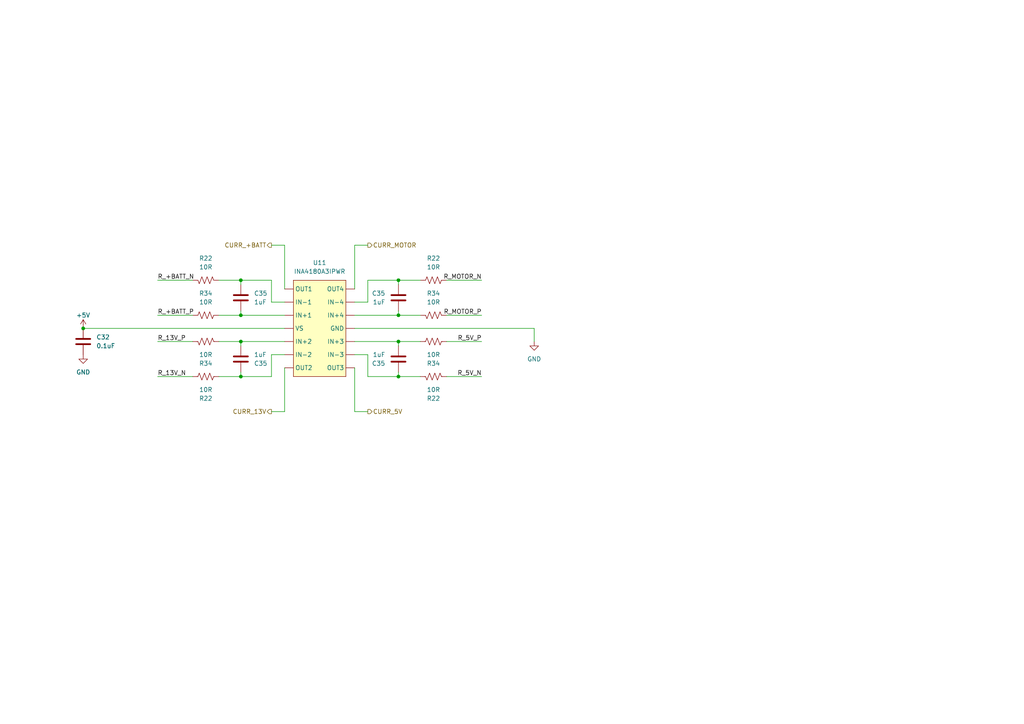
<source format=kicad_sch>
(kicad_sch (version 20230121) (generator eeschema)
  (paper "A4")
  (lib_symbols
    (symbol "Device:C" (pin_numbers hide) (pin_names (offset 0.254))
      (property "Reference" "C" (at 0.635 2.54 0))
      (property "Value" "C" (at 0.635 -2.54 0))
      (symbol "C_0_1"
        (polyline (pts (xy -2.032 -0.762) (xy 2.032 -0.762)) (stroke (width 0.508)))
        (polyline (pts (xy -2.032 0.762) (xy 2.032 0.762)) (stroke (width 0.508)))
      )
      (symbol "C_1_1"
        (pin passive line (at 0 3.81 270) (length 2.794) (name "~") (number "1"))
        (pin passive line (at 0 -3.81 90) (length 2.794) (name "~") (number "2"))
      )
    )
    (symbol "Device:R_US" (pin_numbers hide) (pin_names (offset 0))
      (property "Reference" "R" (at 2.54 0 90))
      (property "Value" "R_US" (at -2.54 0 90))
      (symbol "R_US_0_1"
        (polyline (pts (xy 0 -2.286) (xy 0 -2.54)))
        (polyline (pts (xy 0 2.286) (xy 0 2.54)))
        (polyline (pts (xy 0 -0.762) (xy 1.016 -1.143) (xy 0 -1.524) (xy -1.016 -1.905) (xy 0 -2.286)))
        (polyline (pts (xy 0 0.762) (xy 1.016 0.381) (xy 0 0) (xy -1.016 -0.381) (xy 0 -0.762)))
        (polyline (pts (xy 0 2.286) (xy 1.016 1.905) (xy 0 1.524) (xy -1.016 1.143) (xy 0 0.762)))
      )
      (symbol "R_US_1_1"
        (pin passive line (at 0 3.81 270) (length 1.27) (name "~") (number "1"))
        (pin passive line (at 0 -3.81 90) (length 1.27) (name "~") (number "2"))
      )
    )
    (symbol "charging_on_the_pad:INA4180"
      (property "Reference" "U11" (at 0 2.54 0))
      (property "Value" "INA4180A3IPWR" (at 0 0 0))
      (symbol "INA4180_1_1"
        (rectangle (start -7.62 -2.54) (end 7.62 -30.48) (fill (type background)))
        (pin output line (at 10.16 -16.51 180) (length 2.54) (name "GND") (number ""))
        (pin input line (at -10.16 -12.7 0) (length 2.54) (name "IN+1") (number ""))
        (pin input line (at -10.16 -20.32 0) (length 2.54) (name "IN+2") (number ""))
        (pin input line (at 10.16 -20.32 180) (length 2.54) (name "IN+3") (number ""))
        (pin input line (at 10.16 -12.7 180) (length 2.54) (name "IN+4") (number ""))
        (pin input line (at -10.16 -8.89 0) (length 2.54) (name "IN-1") (number ""))
        (pin input line (at -10.16 -24.13 0) (length 2.54) (name "IN-2") (number ""))
        (pin input line (at 10.16 -24.13 180) (length 2.54) (name "IN-3") (number ""))
        (pin input line (at 10.16 -8.89 180) (length 2.54) (name "IN-4") (number ""))
        (pin output line (at -10.16 -5.08 0) (length 2.54) (name "OUT1") (number ""))
        (pin output line (at -10.16 -27.94 0) (length 2.54) (name "OUT2") (number ""))
        (pin output line (at 10.16 -27.94 180) (length 2.54) (name "OUT3") (number ""))
        (pin output line (at 10.16 -5.08 180) (length 2.54) (name "OUT4") (number ""))
        (pin input line (at -10.16 -16.51 0) (length 2.54) (name "VS") (number ""))
      )
    )
    (symbol "power:+5V" (power) (pin_names (offset 0))
      (property "Value" "+5V" (at 0 3.556 0))
      (symbol "+5V_0_1"
        (polyline (pts (xy -0.762 1.27) (xy 0 2.54)))
        (polyline (pts (xy 0 0) (xy 0 2.54)))
        (polyline (pts (xy 0 2.54) (xy 0.762 1.27)))
      )
      (symbol "+5V_1_1"
        (pin power_in line (at 0 0 90) (length 0) hide (name "+5V") (number "1"))
      )
    )
    (symbol "power:GND" (power) (pin_names (offset 0))
      (property "Value" "GND" (at 0 -3.81 0))
      (symbol "GND_0_1"
        (polyline (pts (xy 0 0) (xy 0 -1.27) (xy 1.27 -1.27) (xy 0 -2.54) (xy -1.27 -1.27) (xy 0 -1.27)))
      )
      (symbol "GND_1_1"
        (pin power_in line (at 0 0 270) (length 0) hide (name "GND") (number "1"))
      )
    )
  )
  (junction (at 115.57 109.22))
  (junction (at 69.85 99.06))
  (junction (at 69.85 81.28))
  (junction (at 115.57 99.06))
  (junction (at 69.85 91.44))
  (junction (at 115.57 81.28))
  (junction (at 69.85 109.22))
  (junction (at 24.13 95.25))
  (junction (at 115.57 91.44))
  (wire (pts (xy 69.85 99.06) (xy 82.55 99.06)))
  (wire (pts (xy 78.74 102.87) (xy 82.55 102.87)))
  (wire (pts (xy 139.7 81.28) (xy 129.54 81.28)))
  (wire (pts (xy 69.85 107.95) (xy 69.85 109.22)))
  (wire (pts (xy 121.92 91.44) (xy 115.57 91.44)))
  (wire (pts (xy 121.92 81.28) (xy 115.57 81.28)))
  (wire (pts (xy 24.13 95.25) (xy 82.55 95.25)))
  (wire (pts (xy 121.92 109.22) (xy 115.57 109.22)))
  (wire (pts (xy 106.68 102.87) (xy 102.87 102.87)))
  (wire (pts (xy 82.55 83.82) (xy 82.55 71.12)))
  (wire (pts (xy 102.87 119.38) (xy 106.68 119.38)))
  (wire (pts (xy 102.87 71.12) (xy 106.68 71.12)))
  (wire (pts (xy 121.92 99.06) (xy 115.57 99.06)))
  (wire (pts (xy 102.87 95.25) (xy 154.94 95.25)))
  (wire (pts (xy 69.85 91.44) (xy 69.85 90.17)))
  (wire (pts (xy 82.55 106.68) (xy 82.55 119.38)))
  (wire (pts (xy 106.68 81.28) (xy 106.68 87.63)))
  (wire (pts (xy 69.85 91.44) (xy 82.55 91.44)))
  (wire (pts (xy 139.7 91.44) (xy 129.54 91.44)))
  (wire (pts (xy 102.87 106.68) (xy 102.87 119.38)))
  (wire (pts (xy 139.7 109.22) (xy 129.54 109.22)))
  (wire (pts (xy 115.57 91.44) (xy 102.87 91.44)))
  (wire (pts (xy 63.5 99.06) (xy 69.85 99.06)))
  (wire (pts (xy 69.85 82.55) (xy 69.85 81.28)))
  (wire (pts (xy 115.57 82.55) (xy 115.57 81.28)))
  (wire (pts (xy 69.85 81.28) (xy 78.74 81.28)))
  (wire (pts (xy 106.68 109.22) (xy 106.68 102.87)))
  (wire (pts (xy 106.68 87.63) (xy 102.87 87.63)))
  (wire (pts (xy 63.5 109.22) (xy 69.85 109.22)))
  (wire (pts (xy 115.57 109.22) (xy 106.68 109.22)))
  (wire (pts (xy 78.74 109.22) (xy 78.74 102.87)))
  (wire (pts (xy 78.74 81.28) (xy 78.74 87.63)))
  (wire (pts (xy 78.74 87.63) (xy 82.55 87.63)))
  (wire (pts (xy 82.55 71.12) (xy 78.74 71.12)))
  (wire (pts (xy 139.7 99.06) (xy 129.54 99.06)))
  (wire (pts (xy 115.57 99.06) (xy 102.87 99.06)))
  (wire (pts (xy 63.5 81.28) (xy 69.85 81.28)))
  (wire (pts (xy 63.5 91.44) (xy 69.85 91.44)))
  (wire (pts (xy 115.57 91.44) (xy 115.57 90.17)))
  (wire (pts (xy 45.72 91.44) (xy 55.88 91.44)))
  (wire (pts (xy 115.57 107.95) (xy 115.57 109.22)))
  (wire (pts (xy 45.72 81.28) (xy 55.88 81.28)))
  (wire (pts (xy 45.72 109.22) (xy 55.88 109.22)))
  (wire (pts (xy 102.87 83.82) (xy 102.87 71.12)))
  (wire (pts (xy 154.94 95.25) (xy 154.94 99.06)))
  (wire (pts (xy 115.57 81.28) (xy 106.68 81.28)))
  (wire (pts (xy 115.57 99.06) (xy 115.57 100.33)))
  (wire (pts (xy 69.85 109.22) (xy 78.74 109.22)))
  (wire (pts (xy 82.55 119.38) (xy 78.74 119.38)))
  (wire (pts (xy 69.85 99.06) (xy 69.85 100.33)))
  (wire (pts (xy 45.72 99.06) (xy 55.88 99.06)))
  (label "R_+BATT_P" (at 45.72 91.44 0))
  (label "R_13V_N" (at 45.72 109.22 0))
  (label "R_+BATT_N" (at 45.72 81.28 0))
  (label "R_13V_P" (at 45.72 99.06 0))
  (label "R_5V_P" (at 139.7 99.06 180))
  (label "R_MOTOR_N" (at 139.7 81.28 180))
  (label "R_5V_N" (at 139.7 109.22 180))
  (label "R_MOTOR_P" (at 139.7 91.44 180))
  (hierarchical_label "CURR_MOTOR" (shape output) (at 106.68 71.12 0))
  (hierarchical_label "CURR_5V" (shape output) (at 106.68 119.38 0))
  (hierarchical_label "CURR_+BATT" (shape output) (at 78.74 71.12 180))
  (hierarchical_label "CURR_13V" (shape output) (at 78.74 119.38 180))
  (symbol (lib_id "power:+5V") (at 24.13 95.25 0) (unit 1)
    (property "Reference" "#PWR024" (effects hide))
    (property "Value" "+5V" (at 24.13 91.44 0))
  )
  (symbol (lib_id "Device:C") (at 69.85 86.36 0) (unit 1)
    (property "Reference" "C35" (at 73.66 85.0899 0) (effects (justify left)))
    (property "Value" "1uF" (at 73.66 87.6299 0) (effects (justify left)))
    (property "Footprint" "Capacitor_SMD:C_0805_2012Metric_Pad1.18x1.45mm_HandSolder" (effects hide))
  )
  (symbol (lib_id "Device:R_US") (at 59.69 99.06 90) (mirror x) (unit 1)
    (property "Reference" "R34" (at 59.69 105.41 90))
    (property "Value" "10R" (at 59.69 102.87 90))
    (property "Footprint" "Resistor_SMD:R_0805_2012Metric_Pad1.20x1.40mm_HandSolder" (effects hide))
  )
  (symbol (lib_id "Device:R_US") (at 125.73 109.22 90) (mirror x) (unit 1)
    (property "Reference" "R22" (at 125.73 115.57 90))
    (property "Value" "10R" (at 125.73 113.03 90))
    (property "Footprint" "Resistor_SMD:R_0805_2012Metric_Pad1.20x1.40mm_HandSolder" (effects hide))
  )
  (symbol (lib_id "Device:R_US") (at 125.73 91.44 270) (mirror x) (unit 1)
    (property "Reference" "R34" (at 125.73 85.09 90))
    (property "Value" "10R" (at 125.73 87.63 90))
    (property "Footprint" "Resistor_SMD:R_0805_2012Metric_Pad1.20x1.40mm_HandSolder" (effects hide))
  )
  (symbol (lib_id "Device:C") (at 24.13 99.06 0) (unit 1)
    (property "Reference" "C32" (at 27.94 97.79 0) (effects (justify left)))
    (property "Value" "0.1uF" (at 27.94 100.33 0) (effects (justify left)))
    (property "Footprint" "Capacitor_SMD:C_0805_2012Metric_Pad1.18x1.45mm_HandSolder" (effects hide))
  )
  (symbol (lib_id "power:GND") (at 24.13 102.87 0) (unit 1)
    (property "Reference" "#PWR023" (effects hide))
    (property "Value" "GND" (at 24.13 107.95 0))
  )
  (symbol (lib_id "Device:C") (at 115.57 86.36 0) (mirror y) (unit 1)
    (property "Reference" "C35" (at 111.76 85.0899 0) (effects (justify left)))
    (property "Value" "1uF" (at 111.76 87.6299 0) (effects (justify left)))
    (property "Footprint" "Capacitor_SMD:C_0805_2012Metric_Pad1.18x1.45mm_HandSolder" (effects hide))
  )
  (symbol (lib_id "charging_on_the_pad:INA4180") (at 92.71 78.74 0) (unit 1)
    (property "Reference" "U11" (at 92.71 76.2 0))
    (property "Value" "INA4180A3IPWR" (at 92.71 78.74 0))
    (property "Footprint" "Package_SO:TSSOP-14_4.4x5mm_P0.65mm" (effects hide))
    (property "Datasheet" "https://www.ti.com/lit/ds/symlink/ina4180.pdf" (effects hide))
  )
  (symbol (lib_id "Device:C") (at 115.57 104.14 180) (unit 1)
    (property "Reference" "C35" (at 111.76 105.4101 0) (effects (justify left)))
    (property "Value" "1uF" (at 111.76 102.8701 0) (effects (justify left)))
    (property "Footprint" "Capacitor_SMD:C_0805_2012Metric_Pad1.18x1.45mm_HandSolder" (effects hide))
  )
  (symbol (lib_id "Device:R_US") (at 59.69 109.22 270) (unit 1)
    (property "Reference" "R22" (at 59.69 115.57 90))
    (property "Value" "10R" (at 59.69 113.03 90))
    (property "Footprint" "Resistor_SMD:R_0805_2012Metric_Pad1.20x1.40mm_HandSolder" (effects hide))
  )
  (symbol (lib_id "power:GND") (at 154.94 99.06 0) (unit 1)
    (property "Reference" "#PWR023" (effects hide))
    (property "Value" "GND" (at 154.94 104.14 0))
  )
  (symbol (lib_id "Device:R_US") (at 59.69 91.44 90) (unit 1)
    (property "Reference" "R34" (at 59.69 85.09 90))
    (property "Value" "10R" (at 59.69 87.63 90))
    (property "Footprint" "Resistor_SMD:R_0805_2012Metric_Pad1.20x1.40mm_HandSolder" (effects hide))
  )
  (symbol (lib_id "Device:C") (at 69.85 104.14 0) (mirror x) (unit 1)
    (property "Reference" "C35" (at 73.66 105.4101 0) (effects (justify left)))
    (property "Value" "1uF" (at 73.66 102.8701 0) (effects (justify left)))
    (property "Footprint" "Capacitor_SMD:C_0805_2012Metric_Pad1.18x1.45mm_HandSolder" (effects hide))
  )
  (symbol (lib_id "Device:R_US") (at 125.73 99.06 270) (unit 1)
    (property "Reference" "R34" (at 125.73 105.41 90))
    (property "Value" "10R" (at 125.73 102.87 90))
    (property "Footprint" "Resistor_SMD:R_0805_2012Metric_Pad1.20x1.40mm_HandSolder" (effects hide))
  )
  (symbol (lib_id "Device:R_US") (at 125.73 81.28 90) (unit 1)
    (property "Reference" "R22" (at 125.73 74.93 90))
    (property "Value" "10R" (at 125.73 77.47 90))
    (property "Footprint" "Resistor_SMD:R_0805_2012Metric_Pad1.20x1.40mm_HandSolder" (effects hide))
  )
  (symbol (lib_id "Device:R_US") (at 59.69 81.28 270) (mirror x) (unit 1)
    (property "Reference" "R22" (at 59.69 74.93 90))
    (property "Value" "10R" (at 59.69 77.47 90))
    (property "Footprint" "Resistor_SMD:R_0805_2012Metric_Pad1.20x1.40mm_HandSolder" (effects hide))
  )
)
</source>
